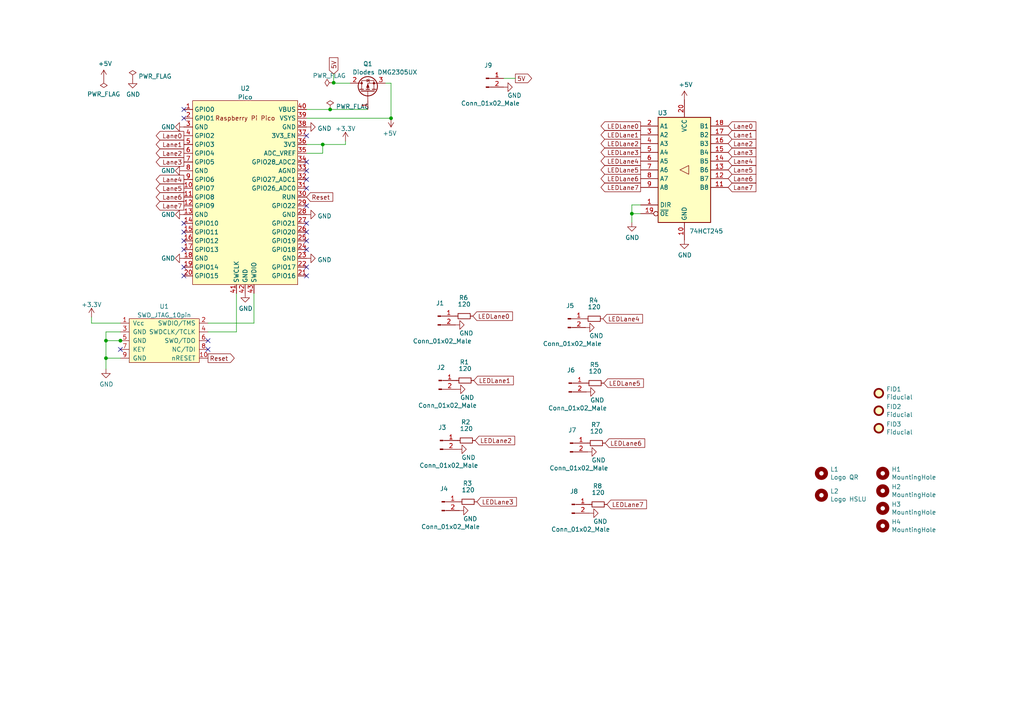
<source format=kicad_sch>
(kicad_sch (version 20211123) (generator eeschema)
  (paper "A4")
  (title_block (title "PicoWS2812") (date "2023-03-23") (rev "V0.1") (company "HSLU") (comment 1 "Erich Styger"))
  (lib_symbols
    (symbol "Connector:Conn_01x02_Male" (pin_names (offset 1.016) hide)
      (property "Reference" "J" (at 0 2.54 0))
      (property "Value" "Conn_01x02_Male" (at 0 -5.08 0))
      (symbol "Conn_01x02_Male_1_1"
        (polyline (pts (xy 1.27 -2.54) (xy 0.8636 -2.54)) (stroke (width 0.1524)))
        (polyline (pts (xy 1.27 0) (xy 0.8636 0)) (stroke (width 0.1524)))
        (rectangle (start 0.8636 -2.413) (end 0 -2.667) (stroke (width 0.1524)) (fill (type outline)))
        (rectangle (start 0.8636 0.127) (end 0 -0.127) (stroke (width 0.1524)) (fill (type outline)))
        (pin passive line (at 5.08 0 180) (length 3.81) (name "Pin_1") (number "1"))
        (pin passive line (at 5.08 -2.54 180) (length 3.81) (name "Pin_2") (number "2"))
      )
    )
    (symbol "Device:Q_PMOS_GDS" (pin_names (offset 0) hide)
      (property "Reference" "Q" (at 5.08 1.27 0))
      (property "Value" "Q_PMOS_GDS" (at 5.08 -1.27 0))
      (symbol "Q_PMOS_GDS_0_1"
        (polyline (pts (xy 0.254 0) (xy -2.54 0)))
        (polyline (pts (xy 0.254 1.905) (xy 0.254 -1.905)) (stroke (width 0.254)))
        (polyline (pts (xy 0.762 -1.27) (xy 0.762 -2.286)) (stroke (width 0.254)))
        (polyline (pts (xy 0.762 0.508) (xy 0.762 -0.508)) (stroke (width 0.254)))
        (polyline (pts (xy 0.762 2.286) (xy 0.762 1.27)) (stroke (width 0.254)))
        (polyline (pts (xy 2.54 2.54) (xy 2.54 1.778)))
        (polyline (pts (xy 2.54 -2.54) (xy 2.54 0) (xy 0.762 0)))
        (polyline (pts (xy 0.762 1.778) (xy 3.302 1.778) (xy 3.302 -1.778) (xy 0.762 -1.778)))
        (polyline (pts (xy 2.286 0) (xy 1.27 0.381) (xy 1.27 -0.381) (xy 2.286 0)) (fill (type outline)))
        (polyline (pts (xy 2.794 -0.508) (xy 2.921 -0.381) (xy 3.683 -0.381) (xy 3.81 -0.254)))
        (polyline (pts (xy 3.302 -0.381) (xy 2.921 0.254) (xy 3.683 0.254) (xy 3.302 -0.381)))
        (circle (center 1.651 0) (radius 2.794) (stroke (width 0.254)))
        (circle (center 2.54 -1.778) (radius 0.254) (fill (type outline)))
        (circle (center 2.54 1.778) (radius 0.254) (fill (type outline)))
      )
      (symbol "Q_PMOS_GDS_1_1"
        (pin input line (at -5.08 0 0) (length 2.54) (name "G") (number "1"))
        (pin passive line (at 2.54 5.08 270) (length 2.54) (name "D") (number "2"))
        (pin passive line (at 2.54 -5.08 90) (length 2.54) (name "S") (number "3"))
      )
    )
    (symbol "Device:R_Small" (pin_numbers hide) (pin_names (offset 0.254) hide)
      (property "Reference" "R" (at 0.762 0.508 0))
      (property "Value" "R_Small" (at 0.762 -1.016 0))
      (symbol "R_Small_0_1"
        (rectangle (start -0.762 1.778) (end 0.762 -1.778) (stroke (width 0.2032)))
      )
      (symbol "R_Small_1_1"
        (pin passive line (at 0 2.54 270) (length 0.762) (name "~") (number "1"))
        (pin passive line (at 0 -2.54 90) (length 0.762) (name "~") (number "2"))
      )
    )
    (symbol "MCU_RaspberryPi_and_Boards:Pico"
      (property "Reference" "U" (at -13.97 27.94 0))
      (property "Value" "Pico" (at 0 19.05 0))
      (symbol "Pico_0_0"
        (text "Raspberry Pi Pico" (at 0 21.59 0) (effects (font (size 1.27 1.27))))
      )
      (symbol "Pico_0_1"
        (rectangle (start -15.24 26.67) (end 15.24 -26.67) (fill (type background)))
      )
      (symbol "Pico_1_1"
        (pin bidirectional line (at -17.78 24.13 0) (length 2.54) (name "GPIO0") (number "1"))
        (pin bidirectional line (at -17.78 1.27 0) (length 2.54) (name "GPIO7") (number "10"))
        (pin bidirectional line (at -17.78 -1.27 0) (length 2.54) (name "GPIO8") (number "11"))
        (pin bidirectional line (at -17.78 -3.81 0) (length 2.54) (name "GPIO9") (number "12"))
        (pin power_in line (at -17.78 -6.35 0) (length 2.54) (name "GND") (number "13"))
        (pin bidirectional line (at -17.78 -8.89 0) (length 2.54) (name "GPIO10") (number "14"))
        (pin bidirectional line (at -17.78 -11.43 0) (length 2.54) (name "GPIO11") (number "15"))
        (pin bidirectional line (at -17.78 -13.97 0) (length 2.54) (name "GPIO12") (number "16"))
        (pin bidirectional line (at -17.78 -16.51 0) (length 2.54) (name "GPIO13") (number "17"))
        (pin power_in line (at -17.78 -19.05 0) (length 2.54) (name "GND") (number "18"))
        (pin bidirectional line (at -17.78 -21.59 0) (length 2.54) (name "GPIO14") (number "19"))
        (pin bidirectional line (at -17.78 21.59 0) (length 2.54) (name "GPIO1") (number "2"))
        (pin bidirectional line (at -17.78 -24.13 0) (length 2.54) (name "GPIO15") (number "20"))
        (pin bidirectional line (at 17.78 -24.13 180) (length 2.54) (name "GPIO16") (number "21"))
        (pin bidirectional line (at 17.78 -21.59 180) (length 2.54) (name "GPIO17") (number "22"))
        (pin power_in line (at 17.78 -19.05 180) (length 2.54) (name "GND") (number "23"))
        (pin bidirectional line (at 17.78 -16.51 180) (length 2.54) (name "GPIO18") (number "24"))
        (pin bidirectional line (at 17.78 -13.97 180) (length 2.54) (name "GPIO19") (number "25"))
        (pin bidirectional line (at 17.78 -11.43 180) (length 2.54) (name "GPIO20") (number "26"))
        (pin bidirectional line (at 17.78 -8.89 180) (length 2.54) (name "GPIO21") (number "27"))
        (pin power_in line (at 17.78 -6.35 180) (length 2.54) (name "GND") (number "28"))
        (pin bidirectional line (at 17.78 -3.81 180) (length 2.54) (name "GPIO22") (number "29"))
        (pin power_in line (at -17.78 19.05 0) (length 2.54) (name "GND") (number "3"))
        (pin input line (at 17.78 -1.27 180) (length 2.54) (name "RUN") (number "30"))
        (pin bidirectional line (at 17.78 1.27 180) (length 2.54) (name "GPIO26_ADC0") (number "31"))
        (pin bidirectional line (at 17.78 3.81 180) (length 2.54) (name "GPIO27_ADC1") (number "32"))
        (pin power_in line (at 17.78 6.35 180) (length 2.54) (name "AGND") (number "33"))
        (pin bidirectional line (at 17.78 8.89 180) (length 2.54) (name "GPIO28_ADC2") (number "34"))
        (pin power_in line (at 17.78 11.43 180) (length 2.54) (name "ADC_VREF") (number "35"))
        (pin power_out line (at 17.78 13.97 180) (length 2.54) (name "3V3") (number "36"))
        (pin input line (at 17.78 16.51 180) (length 2.54) (name "3V3_EN") (number "37"))
        (pin power_in line (at 17.78 19.05 180) (length 2.54) (name "GND") (number "38"))
        (pin power_in line (at 17.78 21.59 180) (length 2.54) (name "VSYS") (number "39"))
        (pin bidirectional line (at -17.78 16.51 0) (length 2.54) (name "GPIO2") (number "4"))
        (pin power_in line (at 17.78 24.13 180) (length 2.54) (name "VBUS") (number "40"))
        (pin input line (at -2.54 -29.21 90) (length 2.54) (name "SWCLK") (number "41"))
        (pin power_in line (at 0 -29.21 90) (length 2.54) (name "GND") (number "42"))
        (pin bidirectional line (at 2.54 -29.21 90) (length 2.54) (name "SWDIO") (number "43"))
        (pin bidirectional line (at -17.78 13.97 0) (length 2.54) (name "GPIO3") (number "5"))
        (pin bidirectional line (at -17.78 11.43 0) (length 2.54) (name "GPIO4") (number "6"))
        (pin bidirectional line (at -17.78 8.89 0) (length 2.54) (name "GPIO5") (number "7"))
        (pin power_in line (at -17.78 6.35 0) (length 2.54) (name "GND") (number "8"))
        (pin bidirectional line (at -17.78 3.81 0) (length 2.54) (name "GPIO6") (number "9"))
      )
    )
    (symbol "McuOnEclipse:74HCT245"
      (property "Reference" "U" (at -7.62 16.51 0))
      (property "Value" "74HCT245" (at -7.62 -16.51 0))
      (symbol "74HCT245_1_0"
        (polyline (pts (xy -1.27 0) (xy 1.27 -1.27) (xy 1.27 1.27) (xy -1.27 0)) (stroke (width 0.1524)))
        (pin input line (at -12.7 -10.16 0) (length 5.08) (name "DIR") (number "1"))
        (pin power_in line (at 0 -20.32 90) (length 5.08) (name "GND") (number "10"))
        (pin input line (at 12.7 -5.08 180) (length 5.08) (name "B8") (number "11"))
        (pin input line (at 12.7 -2.54 180) (length 5.08) (name "B7") (number "12"))
        (pin input line (at 12.7 0 180) (length 5.08) (name "B6") (number "13"))
        (pin input line (at 12.7 2.54 180) (length 5.08) (name "B5") (number "14"))
        (pin input line (at 12.7 5.08 180) (length 5.08) (name "B4") (number "15"))
        (pin input line (at 12.7 7.62 180) (length 5.08) (name "B3") (number "16"))
        (pin input line (at 12.7 10.16 180) (length 5.08) (name "B2") (number "17"))
        (pin input line (at 12.7 12.7 180) (length 5.08) (name "B1") (number "18"))
        (pin input inverted (at -12.7 -12.7 0) (length 5.08) (name "~{OE}") (number "19"))
        (pin output line (at -12.7 12.7 0) (length 5.08) (name "A1") (number "2"))
        (pin power_in line (at 0 20.32 270) (length 5.08) (name "VCC") (number "20"))
        (pin output line (at -12.7 10.16 0) (length 5.08) (name "A2") (number "3"))
        (pin output line (at -12.7 7.62 0) (length 5.08) (name "A3") (number "4"))
        (pin output line (at -12.7 5.08 0) (length 5.08) (name "A4") (number "5"))
        (pin output line (at -12.7 2.54 0) (length 5.08) (name "A5") (number "6"))
        (pin output line (at -12.7 0 0) (length 5.08) (name "A6") (number "7"))
        (pin output line (at -12.7 -2.54 0) (length 5.08) (name "A7") (number "8"))
        (pin output line (at -12.7 -5.08 0) (length 5.08) (name "A8") (number "9"))
      )
      (symbol "74HCT245_1_1"
        (rectangle (start -7.62 15.24) (end 7.62 -15.24) (stroke (width 0.254)) (fill (type background)))
      )
    )
    (symbol "McuOnEclipse:SWD_JTAG_10pin" (pin_names (offset 1.016))
      (property "Reference" "U" (at 10.16 12.7 0))
      (property "Value" "SWD_JTAG_10pin" (at 10.16 -2.54 0))
      (symbol "SWD_JTAG_10pin_0_0"
        (pin input line (at -2.54 10.16 0) (length 2.54) (name "Vcc") (number "1"))
        (pin output line (at 22.86 0 180) (length 2.54) (name "nRESET") (number "10"))
        (pin bidirectional line (at 22.86 10.16 180) (length 2.54) (name "SWDIO/TMS") (number "2"))
        (pin power_in line (at -2.54 7.62 0) (length 2.54) (name "GND") (number "3"))
        (pin output line (at 22.86 7.62 180) (length 2.54) (name "SWDCLK/TCLK") (number "4"))
        (pin power_in line (at -2.54 5.08 0) (length 2.54) (name "GND") (number "5"))
        (pin input line (at 22.86 5.08 180) (length 2.54) (name "SWO/TDO") (number "6"))
        (pin unspecified line (at -2.54 2.54 0) (length 2.54) (name "KEY") (number "7"))
        (pin output line (at 22.86 2.54 180) (length 2.54) (name "NC/TDI") (number "8"))
        (pin power_in line (at -2.54 0 0) (length 2.54) (name "GND") (number "9"))
      )
      (symbol "SWD_JTAG_10pin_0_1"
        (rectangle (start 0 11.43) (end 20.32 -1.27) (fill (type background)))
      )
    )
    (symbol "Mechanical:Fiducial"
      (property "Reference" "FID" (at 0 5.08 0))
      (property "Value" "Fiducial" (at 0 3.175 0))
      (symbol "Fiducial_0_1"
        (circle (center 0 0) (radius 1.27) (stroke (width 0.508)) (fill (type background)))
      )
    )
    (symbol "Mechanical:MountingHole" (pin_names (offset 1.016))
      (property "Reference" "H" (at 0 5.08 0))
      (property "Value" "MountingHole" (at 0 3.175 0))
      (symbol "MountingHole_0_1"
        (circle (center 0 0) (radius 1.27) (stroke (width 1.27)))
      )
    )
    (symbol "power:+3.3V" (power) (pin_names (offset 0))
      (property "Value" "+3.3V" (at 0 3.556 0))
      (symbol "+3.3V_0_1"
        (polyline (pts (xy -0.762 1.27) (xy 0 2.54)))
        (polyline (pts (xy 0 0) (xy 0 2.54)))
        (polyline (pts (xy 0 2.54) (xy 0.762 1.27)))
      )
      (symbol "+3.3V_1_1"
        (pin power_in line (at 0 0 90) (length 0) hide (name "+3.3V") (number "1"))
      )
    )
    (symbol "power:+5V" (power) (pin_names (offset 0))
      (property "Value" "+5V" (at 0 3.556 0))
      (symbol "+5V_0_1"
        (polyline (pts (xy -0.762 1.27) (xy 0 2.54)))
        (polyline (pts (xy 0 0) (xy 0 2.54)))
        (polyline (pts (xy 0 2.54) (xy 0.762 1.27)))
      )
      (symbol "+5V_1_1"
        (pin power_in line (at 0 0 90) (length 0) hide (name "+5V") (number "1"))
      )
    )
    (symbol "power:GND" (power) (pin_names (offset 0))
      (property "Value" "GND" (at 0 -3.81 0))
      (symbol "GND_0_1"
        (polyline (pts (xy 0 0) (xy 0 -1.27) (xy 1.27 -1.27) (xy 0 -2.54) (xy -1.27 -1.27) (xy 0 -1.27)))
      )
      (symbol "GND_1_1"
        (pin power_in line (at 0 0 270) (length 0) hide (name "GND") (number "1"))
      )
    )
    (symbol "power:PWR_FLAG" (power) (pin_numbers hide) (pin_names (offset 0) hide)
      (property "Value" "PWR_FLAG" (at 0 3.81 0))
      (symbol "PWR_FLAG_0_0"
        (pin power_out line (at 0 0 90) (length 0) (name "pwr") (number "1"))
      )
      (symbol "PWR_FLAG_0_1"
        (polyline (pts (xy 0 0) (xy 0 1.27) (xy -1.016 1.905) (xy 0 2.54) (xy 1.016 1.905) (xy 0 1.27)))
      )
    )
  )
  (junction (at 95.758 31.75))
  (junction (at 30.734 98.806))
  (junction (at 183.261 61.976))
  (junction (at 113.411 34.29))
  (junction (at 96.774 24.003))
  (junction (at 93.599 41.91))
  (junction (at 34.925 98.806))
  (junction (at 30.734 103.886))
  (no_connect (at 88.9 59.69))
  (no_connect (at 88.9 49.53))
  (no_connect (at 88.9 52.07))
  (no_connect (at 88.9 64.77))
  (no_connect (at 88.9 72.39))
  (no_connect (at 88.9 39.37))
  (no_connect (at 88.9 80.01))
  (no_connect (at 88.9 77.47))
  (no_connect (at 88.9 54.61))
  (no_connect (at 53.34 31.75))
  (no_connect (at 53.34 34.29))
  (no_connect (at 53.34 80.01))
  (no_connect (at 53.34 77.47))
  (no_connect (at 53.34 72.39))
  (no_connect (at 53.34 69.85))
  (no_connect (at 53.34 67.31))
  (no_connect (at 53.34 64.77))
  (no_connect (at 60.325 98.806))
  (no_connect (at 60.325 101.346))
  (no_connect (at 88.9 69.85))
  (no_connect (at 88.9 67.31))
  (no_connect (at 34.925 101.346))
  (no_connect (at 88.9 46.99))
  (wire (pts (xy 88.9 44.45) (xy 93.599 44.45)))
  (wire (pts (xy 111.76 24.13) (xy 113.411 24.13)))
  (wire (pts (xy 113.411 24.13) (xy 113.411 34.29)))
  (wire (pts (xy 73.66 85.09) (xy 73.66 93.726)))
  (wire (pts (xy 146.05 22.733) (xy 149.479 22.733)))
  (wire (pts (xy 96.774 24.003) (xy 96.774 24.13)))
  (wire (pts (xy 68.58 85.09) (xy 68.58 96.266)))
  (wire (pts (xy 100.203 41.91) (xy 100.203 40.894)))
  (wire (pts (xy 26.543 93.726) (xy 26.543 91.948)))
  (wire (pts (xy 88.9 31.75) (xy 95.758 31.75)))
  (wire (pts (xy 60.325 96.266) (xy 68.58 96.266)))
  (wire (pts (xy 60.325 93.726) (xy 73.66 93.726)))
  (wire (pts (xy 88.9 41.91) (xy 93.599 41.91)))
  (wire (pts (xy 93.599 41.91) (xy 93.599 44.45)))
  (wire (pts (xy 34.925 96.266) (xy 30.734 96.266)))
  (wire (pts (xy 34.925 98.806) (xy 30.734 98.806)))
  (wire (pts (xy 30.734 103.886) (xy 34.925 103.886)))
  (wire (pts (xy 185.801 61.976) (xy 183.261 61.976)))
  (wire (pts (xy 35.052 98.806) (xy 34.925 98.806)))
  (wire (pts (xy 88.9 34.29) (xy 113.411 34.29)))
  (wire (pts (xy 30.734 98.806) (xy 30.734 103.886)))
  (wire (pts (xy 26.543 93.726) (xy 34.925 93.726)))
  (wire (pts (xy 183.261 59.436) (xy 183.261 61.976)))
  (wire (pts (xy 93.599 41.91) (xy 100.203 41.91)))
  (wire (pts (xy 96.774 24.13) (xy 101.6 24.13)))
  (wire (pts (xy 185.801 59.436) (xy 183.261 59.436)))
  (wire (pts (xy 95.758 31.75) (xy 106.68 31.75)))
  (wire (pts (xy 96.774 21.463) (xy 96.774 24.003)))
  (wire (pts (xy 30.734 103.886) (xy 30.734 107.061)))
  (wire (pts (xy 30.734 96.266) (xy 30.734 98.806)))
  (wire (pts (xy 183.261 61.976) (xy 183.261 64.516)))
  (global_label "LEDLane1" (shape output) (at 185.801 39.116 180) (property "Intersheet References" "${INTERSHEET_REFS}" (effects hide)))
  (global_label "Lane2" (shape output) (at 53.34 44.45 180) (property "Intersheet References" "${INTERSHEET_REFS}" (effects hide)))
  (global_label "LEDLane5" (shape output) (at 185.801 49.276 180) (property "Intersheet References" "${INTERSHEET_REFS}" (effects hide)))
  (global_label "LEDLane6" (shape input) (at 175.514 128.524 0) (property "Intersheet References" "${INTERSHEET_REFS}" (effects hide)))
  (global_label "LEDLane2" (shape input) (at 137.795 127.762 0) (property "Intersheet References" "${INTERSHEET_REFS}" (effects hide)))
  (global_label "Lane7" (shape input) (at 211.201 54.356 0) (property "Intersheet References" "${INTERSHEET_REFS}" (effects hide)))
  (global_label "5V" (shape output) (at 149.479 22.733 0) (property "Intersheet References" "${INTERSHEET_REFS}" (effects hide)))
  (global_label "LEDLane3" (shape input) (at 138.303 145.542 0) (property "Intersheet References" "${INTERSHEET_REFS}" (effects hide)))
  (global_label "Lane5" (shape input) (at 211.201 49.276 0) (property "Intersheet References" "${INTERSHEET_REFS}" (effects hide)))
  (global_label "Lane4" (shape output) (at 53.34 52.07 180) (property "Intersheet References" "${INTERSHEET_REFS}" (effects hide)))
  (global_label "Lane1" (shape output) (at 53.34 41.91 180) (property "Intersheet References" "${INTERSHEET_REFS}" (effects hide)))
  (global_label "LEDLane2" (shape output) (at 185.801 41.656 180) (property "Intersheet References" "${INTERSHEET_REFS}" (effects hide)))
  (global_label "Lane6" (shape input) (at 211.201 51.816 0) (property "Intersheet References" "${INTERSHEET_REFS}" (effects hide)))
  (global_label "LEDLane5" (shape input) (at 175.133 111.125 0) (property "Intersheet References" "${INTERSHEET_REFS}" (effects hide)))
  (global_label "Reset" (shape output) (at 60.325 103.886 0) (property "Intersheet References" "${INTERSHEET_REFS}" (effects hide)))
  (global_label "Lane2" (shape input) (at 211.201 41.656 0) (property "Intersheet References" "${INTERSHEET_REFS}" (effects hide)))
  (global_label "Lane0" (shape input) (at 211.201 36.576 0) (property "Intersheet References" "${INTERSHEET_REFS}" (effects hide)))
  (global_label "LEDLane1" (shape input) (at 137.414 110.363 0) (property "Intersheet References" "${INTERSHEET_REFS}" (effects hide)))
  (global_label "LEDLane0" (shape output) (at 185.801 36.576 180) (property "Intersheet References" "${INTERSHEET_REFS}" (effects hide)))
  (global_label "Lane7" (shape output) (at 53.34 59.69 180) (property "Intersheet References" "${INTERSHEET_REFS}" (effects hide)))
  (global_label "LEDLane4" (shape output) (at 185.801 46.736 180) (property "Intersheet References" "${INTERSHEET_REFS}" (effects hide)))
  (global_label "LEDLane4" (shape input) (at 174.879 92.456 0) (property "Intersheet References" "${INTERSHEET_REFS}" (effects hide)))
  (global_label "Reset" (shape input) (at 88.9 57.15 0) (property "Intersheet References" "${INTERSHEET_REFS}" (effects hide)))
  (global_label "Lane6" (shape output) (at 53.34 57.15 180) (property "Intersheet References" "${INTERSHEET_REFS}" (effects hide)))
  (global_label "Lane4" (shape input) (at 211.201 46.736 0) (property "Intersheet References" "${INTERSHEET_REFS}" (effects hide)))
  (global_label "LEDLane3" (shape output) (at 185.801 44.196 180) (property "Intersheet References" "${INTERSHEET_REFS}" (effects hide)))
  (global_label "Lane3" (shape output) (at 53.34 46.99 180) (property "Intersheet References" "${INTERSHEET_REFS}" (effects hide)))
  (global_label "LEDLane7" (shape output) (at 185.801 54.356 180) (property "Intersheet References" "${INTERSHEET_REFS}" (effects hide)))
  (global_label "Lane5" (shape output) (at 53.34 54.61 180) (property "Intersheet References" "${INTERSHEET_REFS}" (effects hide)))
  (global_label "Lane1" (shape input) (at 211.201 39.116 0) (property "Intersheet References" "${INTERSHEET_REFS}" (effects hide)))
  (global_label "5V" (shape input) (at 96.774 21.463 90) (property "Intersheet References" "${INTERSHEET_REFS}" (effects hide)))
  (global_label "Lane3" (shape input) (at 211.201 44.196 0) (property "Intersheet References" "${INTERSHEET_REFS}" (effects hide)))
  (global_label "LEDLane6" (shape output) (at 185.801 51.816 180) (property "Intersheet References" "${INTERSHEET_REFS}" (effects hide)))
  (global_label "Lane0" (shape output) (at 53.34 39.37 180) (property "Intersheet References" "${INTERSHEET_REFS}" (effects hide)))
  (global_label "LEDLane0" (shape input) (at 137.16 91.694 0) (property "Intersheet References" "${INTERSHEET_REFS}" (effects hide)))
  (global_label "LEDLane7" (shape input) (at 176.022 146.304 0) (property "Intersheet References" "${INTERSHEET_REFS}" (effects hide)))
  (symbol (lib_id "power:GND") (at 132.334 112.903 90) (unit 1)
    (property "Reference" "#PWR012" (effects hide))
    (property "Value" "GND" (at 135.509 115.316 90))
  )
  (symbol (lib_id "power:GND") (at 169.799 94.996 90) (unit 1)
    (property "Reference" "#PWR015" (effects hide))
    (property "Value" "GND" (at 172.974 97.409 90))
  )
  (symbol (lib_id "Mechanical:MountingHole") (at 238.252 137.287 0) (unit 1) (in_bom no)
    (property "Reference" "L1" (at 240.792 136.1186 0) (effects (justify left)))
    (property "Value" "Logo QR" (at 240.792 138.43 0) (effects (justify left)))
    (property "Footprint" "McuOnEclipse:QR_McuOnEclipse_Silkscreen_9x9mm" (effects hide))
  )
  (symbol (lib_id "power:GND") (at 88.9 36.83 90) (unit 1)
    (property "Reference" "#PWR05" (effects hide))
    (property "Value" "GND" (at 92.075 37.2638 90) (effects (justify right)))
  )
  (symbol (lib_id "Mechanical:MountingHole") (at 256.032 137.287 0) (unit 1) (in_bom no)
    (property "Reference" "H1" (at 258.572 136.1186 0) (effects (justify left)))
    (property "Value" "MountingHole" (at 258.572 138.43 0) (effects (justify left)))
    (property "Footprint" "MountingHole:MountingHole_2.7mm_M2.5" (effects hide))
  )
  (symbol (lib_id "Device:R_Small") (at 172.339 92.456 270) (unit 1)
    (property "Reference" "R4" (at 170.815 87.122 90) (effects (justify left)))
    (property "Value" "120" (at 170.434 89.027 90) (effects (justify left)))
    (property "Footprint" "Resistor_SMD:R_0603_1608Metric" (effects hide))
  )
  (symbol (lib_id "power:GND") (at 88.9 74.93 90) (unit 1)
    (property "Reference" "#PWR0102" (effects hide))
    (property "Value" "GND" (at 92.075 75.3638 90) (effects (justify right)))
  )
  (symbol (lib_id "McuOnEclipse:74HCT245") (at 198.501 49.276 0) (unit 1)
    (property "Reference" "U3" (at 192.151 32.766 0))
    (property "Value" "74HCT245" (at 204.851 67.056 0))
    (property "Footprint" "McuOnEclipse:SSOP-20_4.4x6.5mm_Pitch0.65mm" (effects hide))
    (property "Datasheet" "http://www.ti.com/lit/ds/symlink/sn74hc245.pdf" (effects hide))
  )
  (symbol (lib_id "Connector:Conn_01x02_Male") (at 127.635 127.762 0) (unit 1)
    (property "Reference" "J3" (at 128.27 123.986 0))
    (property "Value" "Conn_01x02_Male" (at 130.175 135.001 0))
    (property "Footprint" "Connector_PinHeader_2.54mm:PinHeader_1x02_P2.54mm_Horizontal" (effects hide))
  )
  (symbol (lib_id "Connector:Conn_01x02_Male") (at 127 91.694 0) (unit 1)
    (property "Reference" "J1" (at 127.635 87.918 0))
    (property "Value" "Conn_01x02_Male" (at 128.27 98.933 0))
    (property "Footprint" "Connector_PinHeader_2.54mm:PinHeader_1x02_P2.54mm_Horizontal" (effects hide))
  )
  (symbol (lib_id "power:GND") (at 53.34 74.93 270) (unit 1)
    (property "Reference" "#PWR0104" (effects hide))
    (property "Value" "GND" (at 46.736 74.93 90) (effects (justify left)))
  )
  (symbol (lib_id "Connector:Conn_01x02_Male") (at 164.719 92.456 0) (unit 1)
    (property "Reference" "J5" (at 165.354 88.68 0))
    (property "Value" "Conn_01x02_Male" (at 165.989 99.695 0))
    (property "Footprint" "Connector_PinHeader_2.54mm:PinHeader_1x02_P2.54mm_Horizontal" (effects hide))
  )
  (symbol (lib_id "power:PWR_FLAG") (at 30.099 22.86 180) (unit 1)
    (property "Reference" "#FLG03" (effects hide))
    (property "Value" "PWR_FLAG" (at 30.099 27.3034 0))
  )
  (symbol (lib_id "power:PWR_FLAG") (at 96.774 24.003 90) (unit 1)
    (property "Reference" "#FLG05" (effects hide))
    (property "Value" "PWR_FLAG" (at 95.504 21.9512 90))
  )
  (symbol (lib_id "Mechanical:MountingHole") (at 238.252 143.637 0) (unit 1) (in_bom no)
    (property "Reference" "L2" (at 240.792 142.4686 0) (effects (justify left)))
    (property "Value" "Logo HSLU" (at 240.792 144.78 0) (effects (justify left)))
    (property "Footprint" "McuOnEclipse:Hochschule_Luzern_Small" (effects hide))
  )
  (symbol (lib_id "Mechanical:MountingHole") (at 256.032 142.367 0) (unit 1) (in_bom no)
    (property "Reference" "H2" (at 258.572 141.1986 0) (effects (justify left)))
    (property "Value" "MountingHole" (at 258.572 143.51 0) (effects (justify left)))
    (property "Footprint" "MountingHole:MountingHole_2.7mm_M2.5" (effects hide))
  )
  (symbol (lib_id "MCU_RaspberryPi_and_Boards:Pico") (at 71.12 55.88 0) (unit 1)
    (property "Reference" "U2" (at 71.12 25.6372 0))
    (property "Value" "Pico" (at 71.12 28.1741 0))
    (property "Footprint" "RPi_Pico:RPi_Pico_SMD_TH" (effects hide))
  )
  (symbol (lib_id "power:+5V") (at 113.411 34.29 180) (unit 1)
    (property "Reference" "#PWR01" (effects hide))
    (property "Value" "+5V" (at 113.03 38.6842 0))
  )
  (symbol (lib_id "Device:R_Small") (at 135.255 127.762 270) (unit 1)
    (property "Reference" "R2" (at 133.731 122.428 90) (effects (justify left)))
    (property "Value" "120" (at 133.35 124.333 90) (effects (justify left)))
    (property "Footprint" "Resistor_SMD:R_0603_1608Metric" (effects hide))
  )
  (symbol (lib_id "power:+3.3V") (at 26.543 91.948 0) (unit 1)
    (property "Reference" "#PWR0108" (effects hide))
    (property "Value" "+3.3V" (at 26.543 88.3722 0))
  )
  (symbol (lib_id "power:+5V") (at 198.501 28.956 0) (unit 1)
    (property "Reference" "#PWR09" (effects hide))
    (property "Value" "+5V" (at 198.882 24.5618 0))
  )
  (symbol (lib_id "power:+3.3V") (at 100.203 40.894 0) (unit 1)
    (property "Reference" "#PWR03" (effects hide))
    (property "Value" "+3.3V" (at 100.203 37.3182 0))
  )
  (symbol (lib_id "power:GND") (at 146.05 25.273 90) (unit 1)
    (property "Reference" "#PWR019" (effects hide))
    (property "Value" "GND" (at 149.225 27.686 90))
  )
  (symbol (lib_id "Mechanical:Fiducial") (at 254.889 124.206 0) (unit 1) (in_bom no)
    (property "Reference" "FID3" (at 257.048 123.0376 0) (effects (justify left)))
    (property "Value" "Fiducial" (at 257.048 125.349 0) (effects (justify left)))
    (property "Footprint" "Fiducial:Fiducial_1mm_Mask2mm" (effects hide))
  )
  (symbol (lib_id "power:PWR_FLAG") (at 95.758 31.75 0) (unit 1)
    (property "Reference" "#FLG04" (effects hide))
    (property "Value" "PWR_FLAG" (at 97.409 30.9138 0) (effects (justify left)))
  )
  (symbol (lib_id "Connector:Conn_01x02_Male") (at 165.862 146.304 0) (unit 1)
    (property "Reference" "J8" (at 166.497 142.528 0))
    (property "Value" "Conn_01x02_Male" (at 168.402 153.543 0))
    (property "Footprint" "Connector_PinHeader_2.54mm:PinHeader_1x02_P2.54mm_Horizontal" (effects hide))
  )
  (symbol (lib_id "power:GND") (at 30.734 107.061 0) (unit 1)
    (property "Reference" "#PWR0107" (effects hide))
    (property "Value" "GND" (at 30.861 111.4552 0))
  )
  (symbol (lib_id "power:GND") (at 71.12 85.09 0) (unit 1)
    (property "Reference" "#PWR04" (effects hide))
    (property "Value" "GND" (at 71.247 89.4842 0))
  )
  (symbol (lib_id "power:+5V") (at 30.099 22.86 0) (unit 1)
    (property "Reference" "#PWR07" (effects hide))
    (property "Value" "+5V" (at 30.48 18.4658 0))
  )
  (symbol (lib_id "power:GND") (at 88.9 62.23 90) (unit 1)
    (property "Reference" "#PWR0101" (effects hide))
    (property "Value" "GND" (at 92.075 62.6638 90) (effects (justify right)))
  )
  (symbol (lib_id "Connector:Conn_01x02_Male") (at 140.97 22.733 0) (unit 1)
    (property "Reference" "J9" (at 141.605 18.957 0))
    (property "Value" "Conn_01x02_Male" (at 142.24 29.972 0))
    (property "Footprint" "Connector_PinHeader_2.54mm:PinHeader_1x02_P2.54mm_Horizontal" (effects hide))
  )
  (symbol (lib_id "power:GND") (at 183.261 64.516 0) (unit 1)
    (property "Reference" "#PWR08" (effects hide))
    (property "Value" "GND" (at 183.388 68.9102 0))
  )
  (symbol (lib_id "power:GND") (at 133.223 148.082 90) (unit 1)
    (property "Reference" "#PWR014" (effects hide))
    (property "Value" "GND" (at 136.398 150.495 90))
  )
  (symbol (lib_id "power:GND") (at 38.481 22.987 0) (unit 1)
    (property "Reference" "#PWR06" (effects hide))
    (property "Value" "GND" (at 38.608 27.3812 0))
  )
  (symbol (lib_id "Connector:Conn_01x02_Male") (at 128.143 145.542 0) (unit 1)
    (property "Reference" "J4" (at 128.778 141.766 0))
    (property "Value" "Conn_01x02_Male" (at 130.683 152.781 0))
    (property "Footprint" "Connector_PinHeader_2.54mm:PinHeader_1x02_P2.54mm_Horizontal" (effects hide))
  )
  (symbol (lib_id "power:GND") (at 53.34 49.53 270) (unit 1)
    (property "Reference" "#PWR0106" (effects hide))
    (property "Value" "GND" (at 46.736 49.53 90) (effects (justify left)))
  )
  (symbol (lib_id "power:GND") (at 170.942 148.844 90) (unit 1)
    (property "Reference" "#PWR018" (effects hide))
    (property "Value" "GND" (at 174.117 151.257 90))
  )
  (symbol (lib_id "power:GND") (at 53.34 36.83 270) (unit 1)
    (property "Reference" "#PWR0103" (effects hide))
    (property "Value" "GND" (at 46.736 36.83 90) (effects (justify left)))
  )
  (symbol (lib_id "Mechanical:Fiducial") (at 254.889 119.126 0) (unit 1) (in_bom no)
    (property "Reference" "FID2" (at 257.048 117.9576 0) (effects (justify left)))
    (property "Value" "Fiducial" (at 257.048 120.269 0) (effects (justify left)))
    (property "Footprint" "Fiducial:Fiducial_1mm_Mask2mm" (effects hide))
  )
  (symbol (lib_id "power:PWR_FLAG") (at 38.481 22.987 0) (unit 1)
    (property "Reference" "#FLG02" (effects hide))
    (property "Value" "PWR_FLAG" (at 40.132 22.1508 0) (effects (justify left)))
  )
  (symbol (lib_id "power:GND") (at 53.34 62.23 270) (unit 1)
    (property "Reference" "#PWR0105" (effects hide))
    (property "Value" "GND" (at 46.736 62.23 90) (effects (justify left)))
  )
  (symbol (lib_id "Device:R_Small") (at 173.482 146.304 270) (unit 1)
    (property "Reference" "R8" (at 171.958 140.97 90) (effects (justify left)))
    (property "Value" "120" (at 171.577 142.875 90) (effects (justify left)))
    (property "Footprint" "Resistor_SMD:R_0603_1608Metric" (effects hide))
  )
  (symbol (lib_id "power:GND") (at 132.08 94.234 90) (unit 1)
    (property "Reference" "#PWR011" (effects hide))
    (property "Value" "GND" (at 135.255 96.647 90))
  )
  (symbol (lib_id "power:GND") (at 170.434 131.064 90) (unit 1)
    (property "Reference" "#PWR017" (effects hide))
    (property "Value" "GND" (at 173.609 133.477 90))
  )
  (symbol (lib_id "Mechanical:MountingHole") (at 256.032 152.527 0) (unit 1) (in_bom no)
    (property "Reference" "H4" (at 258.572 151.3586 0) (effects (justify left)))
    (property "Value" "MountingHole" (at 258.572 153.67 0) (effects (justify left)))
    (property "Footprint" "MountingHole:MountingHole_2.7mm_M2.5" (effects hide))
  )
  (symbol (lib_id "Device:R_Small") (at 134.62 91.694 270) (unit 1)
    (property "Reference" "R6" (at 133.096 86.36 90) (effects (justify left)))
    (property "Value" "120" (at 132.715 88.265 90) (effects (justify left)))
    (property "Footprint" "Resistor_SMD:R_0603_1608Metric" (effects hide))
  )
  (symbol (lib_id "Device:R_Small") (at 172.593 111.125 270) (unit 1)
    (property "Reference" "R5" (at 171.069 105.791 90) (effects (justify left)))
    (property "Value" "120" (at 170.688 107.696 90) (effects (justify left)))
    (property "Footprint" "Resistor_SMD:R_0603_1608Metric" (effects hide))
  )
  (symbol (lib_id "power:GND") (at 198.501 69.596 0) (unit 1)
    (property "Reference" "#PWR010" (effects hide))
    (property "Value" "GND" (at 198.628 73.9902 0))
  )
  (symbol (lib_id "Connector:Conn_01x02_Male") (at 127.254 110.363 0) (unit 1)
    (property "Reference" "J2" (at 127.889 106.587 0))
    (property "Value" "Conn_01x02_Male" (at 129.794 117.602 0))
    (property "Footprint" "Connector_PinHeader_2.54mm:PinHeader_1x02_P2.54mm_Horizontal" (effects hide))
  )
  (symbol (lib_id "McuOnEclipse:SWD_JTAG_10pin") (at 37.465 103.886 0) (unit 1)
    (property "Reference" "U1" (at 47.625 88.8832 0))
    (property "Value" "SWD_JTAG_10pin" (at 47.625 91.4201 0))
    (property "Footprint" "McuOnEclipse:SWD_Pin_Header_Straight_2x05_Pitch1.27mm_SMD" (effects hide))
  )
  (symbol (lib_id "Connector:Conn_01x02_Male") (at 164.973 111.125 0) (unit 1)
    (property "Reference" "J6" (at 165.608 107.349 0))
    (property "Value" "Conn_01x02_Male" (at 167.513 118.364 0))
    (property "Footprint" "Connector_PinHeader_2.54mm:PinHeader_1x02_P2.54mm_Horizontal" (effects hide))
  )
  (symbol (lib_id "Device:R_Small") (at 135.763 145.542 270) (unit 1)
    (property "Reference" "R3" (at 134.239 140.208 90) (effects (justify left)))
    (property "Value" "120" (at 133.858 142.113 90) (effects (justify left)))
    (property "Footprint" "Resistor_SMD:R_0603_1608Metric" (effects hide))
  )
  (symbol (lib_id "Device:R_Small") (at 134.874 110.363 270) (unit 1)
    (property "Reference" "R1" (at 133.35 105.029 90) (effects (justify left)))
    (property "Value" "120" (at 132.969 106.934 90) (effects (justify left)))
    (property "Footprint" "Resistor_SMD:R_0603_1608Metric" (effects hide))
  )
  (symbol (lib_id "Mechanical:MountingHole") (at 256.032 147.447 0) (unit 1) (in_bom no)
    (property "Reference" "H3" (at 258.572 146.2786 0) (effects (justify left)))
    (property "Value" "MountingHole" (at 258.572 148.59 0) (effects (justify left)))
    (property "Footprint" "MountingHole:MountingHole_2.7mm_M2.5" (effects hide))
  )
  (symbol (lib_id "power:GND") (at 170.053 113.665 90) (unit 1)
    (property "Reference" "#PWR016" (effects hide))
    (property "Value" "GND" (at 173.228 116.078 90))
  )
  (symbol (lib_id "Mechanical:Fiducial") (at 254.889 114.046 0) (unit 1) (in_bom no)
    (property "Reference" "FID1" (at 257.048 112.8776 0) (effects (justify left)))
    (property "Value" "Fiducial" (at 257.048 115.189 0) (effects (justify left)))
    (property "Footprint" "Fiducial:Fiducial_1mm_Mask2mm" (effects hide))
  )
  (symbol (lib_id "Device:Q_PMOS_GDS") (at 106.68 26.67 90) (unit 1)
    (property "Reference" "Q1" (at 106.68 18.5252 90))
    (property "Value" "Diodes DMG2305UX" (at 111.633 20.955 90))
    (property "Footprint" "McuOnEclipse:SOT-23_2T" (effects hide))
    (property "Datasheet" "https://www.diodes.com/assets/Datasheets/DMG2305UX.pdf" (effects hide))
    (property "mouser#" "621-DMG2305UX-7 " (effects hide))
  )
  (symbol (lib_id "power:GND") (at 132.715 130.302 90) (unit 1)
    (property "Reference" "#PWR013" (effects hide))
    (property "Value" "GND" (at 135.89 132.715 90))
  )
  (symbol (lib_id "Connector:Conn_01x02_Male") (at 165.354 128.524 0) (unit 1)
    (property "Reference" "J7" (at 165.989 124.748 0))
    (property "Value" "Conn_01x02_Male" (at 167.894 135.763 0))
    (property "Footprint" "Connector_PinHeader_2.54mm:PinHeader_1x02_P2.54mm_Horizontal" (effects hide))
  )
  (symbol (lib_id "Device:R_Small") (at 172.974 128.524 270) (unit 1)
    (property "Reference" "R7" (at 171.45 123.19 90) (effects (justify left)))
    (property "Value" "120" (at 171.069 125.095 90) (effects (justify left)))
    (property "Footprint" "Resistor_SMD:R_0603_1608Metric" (effects hide))
  )
)
</source>
